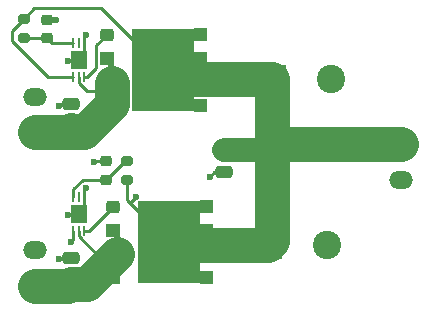
<source format=gbr>
%TF.GenerationSoftware,KiCad,Pcbnew,9.0.1*%
%TF.CreationDate,2025-07-01T13:45:27+02:00*%
%TF.ProjectId,BatteryBackup,42617474-6572-4794-9261-636b75702e6b,rev?*%
%TF.SameCoordinates,Original*%
%TF.FileFunction,Copper,L1,Top*%
%TF.FilePolarity,Positive*%
%FSLAX46Y46*%
G04 Gerber Fmt 4.6, Leading zero omitted, Abs format (unit mm)*
G04 Created by KiCad (PCBNEW 9.0.1) date 2025-07-01 13:45:27*
%MOMM*%
%LPD*%
G01*
G04 APERTURE LIST*
G04 Aperture macros list*
%AMRoundRect*
0 Rectangle with rounded corners*
0 $1 Rounding radius*
0 $2 $3 $4 $5 $6 $7 $8 $9 X,Y pos of 4 corners*
0 Add a 4 corners polygon primitive as box body*
4,1,4,$2,$3,$4,$5,$6,$7,$8,$9,$2,$3,0*
0 Add four circle primitives for the rounded corners*
1,1,$1+$1,$2,$3*
1,1,$1+$1,$4,$5*
1,1,$1+$1,$6,$7*
1,1,$1+$1,$8,$9*
0 Add four rect primitives between the rounded corners*
20,1,$1+$1,$2,$3,$4,$5,0*
20,1,$1+$1,$4,$5,$6,$7,0*
20,1,$1+$1,$6,$7,$8,$9,0*
20,1,$1+$1,$8,$9,$2,$3,0*%
%AMFreePoly0*
4,1,14,0.240000,-2.550000,-0.240000,-2.550000,-0.890000,-2.550000,-0.890000,-1.450000,-0.240000,-1.450000,-0.240000,-0.550000,-0.890000,-0.550000,-0.890000,0.550000,-0.240000,0.550000,-0.240000,1.450000,-0.890000,1.450000,-0.890000,2.550000,0.240000,2.550000,0.240000,-2.550000,0.240000,-2.550000,$1*%
%AMFreePoly1*
4,1,21,3.715000,2.450000,2.615000,2.450000,2.615000,1.550000,3.715000,1.550000,3.715000,0.450000,2.615000,0.450000,2.615000,-0.450000,3.715000,-0.450000,3.715000,-1.550000,2.615000,-1.550000,2.615000,-2.450000,3.715000,-2.450000,3.715000,-3.550000,2.615000,-3.550000,2.615000,-3.450000,-2.615000,-3.450000,-2.615000,3.450000,2.615000,3.450000,2.615000,3.550000,3.715000,3.550000,
3.715000,2.450000,3.715000,2.450000,$1*%
G04 Aperture macros list end*
%TA.AperFunction,ComponentPad*%
%ADD10RoundRect,0.250001X0.759999X-0.499999X0.759999X0.499999X-0.759999X0.499999X-0.759999X-0.499999X0*%
%TD*%
%TA.AperFunction,ComponentPad*%
%ADD11O,2.020000X1.500000*%
%TD*%
%TA.AperFunction,SMDPad,CuDef*%
%ADD12RoundRect,0.275000X-0.290000X-0.275000X0.290000X-0.275000X0.290000X0.275000X-0.290000X0.275000X0*%
%TD*%
%TA.AperFunction,SMDPad,CuDef*%
%ADD13FreePoly0,0.000000*%
%TD*%
%TA.AperFunction,SMDPad,CuDef*%
%ADD14FreePoly1,0.000000*%
%TD*%
%TA.AperFunction,SMDPad,CuDef*%
%ADD15RoundRect,0.200000X-0.275000X0.200000X-0.275000X-0.200000X0.275000X-0.200000X0.275000X0.200000X0*%
%TD*%
%TA.AperFunction,SMDPad,CuDef*%
%ADD16RoundRect,0.250000X0.475000X-0.250000X0.475000X0.250000X-0.475000X0.250000X-0.475000X-0.250000X0*%
%TD*%
%TA.AperFunction,ComponentPad*%
%ADD17RoundRect,0.250001X-0.759999X0.499999X-0.759999X-0.499999X0.759999X-0.499999X0.759999X0.499999X0*%
%TD*%
%TA.AperFunction,SMDPad,CuDef*%
%ADD18RoundRect,0.225000X0.250000X-0.225000X0.250000X0.225000X-0.250000X0.225000X-0.250000X-0.225000X0*%
%TD*%
%TA.AperFunction,ComponentPad*%
%ADD19R,2.400000X2.400000*%
%TD*%
%TA.AperFunction,ComponentPad*%
%ADD20C,2.400000*%
%TD*%
%TA.AperFunction,SMDPad,CuDef*%
%ADD21RoundRect,0.200000X0.275000X-0.200000X0.275000X0.200000X-0.275000X0.200000X-0.275000X-0.200000X0*%
%TD*%
%TA.AperFunction,SMDPad,CuDef*%
%ADD22RoundRect,0.062500X0.062500X-0.350000X0.062500X0.350000X-0.062500X0.350000X-0.062500X-0.350000X0*%
%TD*%
%TA.AperFunction,HeatsinkPad*%
%ADD23R,1.350000X1.650000*%
%TD*%
%TA.AperFunction,SMDPad,CuDef*%
%ADD24RoundRect,0.250000X-0.475000X0.250000X-0.475000X-0.250000X0.475000X-0.250000X0.475000X0.250000X0*%
%TD*%
%TA.AperFunction,ViaPad*%
%ADD25C,0.600000*%
%TD*%
%TA.AperFunction,Conductor*%
%ADD26C,0.254000*%
%TD*%
%TA.AperFunction,Conductor*%
%ADD27C,3.000000*%
%TD*%
%TA.AperFunction,Conductor*%
%ADD28C,2.000000*%
%TD*%
G04 APERTURE END LIST*
D10*
%TO.P,J1,1,Pin_1*%
%TO.N,/IdealDiode/Vin*%
X137965000Y-92500000D03*
D11*
%TO.P,J1,2,Pin_2*%
%TO.N,GND*%
X137965000Y-89500000D03*
%TD*%
D12*
%TO.P,Q1,1,G*%
%TO.N,Net-(Q1-G)*%
X144565000Y-85785000D03*
D13*
%TO.P,Q1,2,S*%
%TO.N,/IdealDiode/Vin*%
X144890000Y-89785000D03*
D14*
%TO.P,Q1,3,D*%
%TO.N,/IdealDiode/Vout*%
X149285000Y-88785000D03*
%TD*%
D15*
%TO.P,R2,1*%
%TO.N,/IdealDiode/Vout*%
X137000000Y-69900000D03*
%TO.P,R2,2*%
%TO.N,Net-(U2-Vdd)*%
X137000000Y-71550000D03*
%TD*%
D16*
%TO.P,C6,1*%
%TO.N,/IdealDiode1/Vin*%
X141000000Y-79000000D03*
%TO.P,C6,2*%
%TO.N,GND*%
X141000000Y-77100000D03*
%TD*%
D12*
%TO.P,Q2,1,G*%
%TO.N,Net-(Q2-G)*%
X144065000Y-71250000D03*
D13*
%TO.P,Q2,2,S*%
%TO.N,/IdealDiode1/Vin*%
X144390000Y-75250000D03*
D14*
%TO.P,Q2,3,D*%
%TO.N,/IdealDiode/Vout*%
X148785000Y-74250000D03*
%TD*%
D10*
%TO.P,J2,1,Pin_1*%
%TO.N,/IdealDiode1/Vin*%
X137965000Y-79500000D03*
D11*
%TO.P,J2,2,Pin_2*%
%TO.N,GND*%
X137965000Y-76500000D03*
%TD*%
D16*
%TO.P,C5,1*%
%TO.N,/IdealDiode/Vin*%
X141000000Y-92000000D03*
%TO.P,C5,2*%
%TO.N,GND*%
X141000000Y-90100000D03*
%TD*%
D17*
%TO.P,J3,1,Pin_1*%
%TO.N,/IdealDiode/Vout*%
X169000000Y-80500000D03*
D11*
%TO.P,J3,2,Pin_2*%
%TO.N,GND*%
X169000000Y-83500000D03*
%TD*%
D18*
%TO.P,C3,1*%
%TO.N,Net-(U1-Vdd)*%
X144000000Y-83500000D03*
%TO.P,C3,2*%
%TO.N,GND*%
X144000000Y-81950000D03*
%TD*%
%TO.P,C4,1*%
%TO.N,Net-(U2-Vdd)*%
X139000000Y-71550000D03*
%TO.P,C4,2*%
%TO.N,GND*%
X139000000Y-70000000D03*
%TD*%
D19*
%TO.P,C2,1*%
%TO.N,/IdealDiode/Vout*%
X157676041Y-89000000D03*
D20*
%TO.P,C2,2*%
%TO.N,GND*%
X162676041Y-89000000D03*
%TD*%
D21*
%TO.P,R1,1*%
%TO.N,/IdealDiode/Vout*%
X145725000Y-83550000D03*
%TO.P,R1,2*%
%TO.N,Net-(U1-Vdd)*%
X145725000Y-81900000D03*
%TD*%
D22*
%TO.P,U1,1,OUT*%
%TO.N,/IdealDiode/Vout*%
X141160000Y-87847500D03*
%TO.P,U1,2,IN*%
%TO.N,/IdealDiode/Vin*%
X141660000Y-87847500D03*
%TO.P,U1,3,GATE*%
%TO.N,Net-(Q1-G)*%
X142160000Y-87847500D03*
%TO.P,U1,4,GND*%
%TO.N,GND*%
X142160000Y-84972500D03*
%TO.P,U1,5,NC*%
%TO.N,unconnected-(U1-NC-Pad5)*%
X141660000Y-84972500D03*
%TO.P,U1,6,Vdd*%
%TO.N,Net-(U1-Vdd)*%
X141160000Y-84972500D03*
D23*
%TO.P,U1,7,PAD*%
%TO.N,GND*%
X141660000Y-86410000D03*
%TD*%
D22*
%TO.P,U2,1,OUT*%
%TO.N,/IdealDiode/Vout*%
X141160000Y-74847500D03*
%TO.P,U2,2,IN*%
%TO.N,/IdealDiode1/Vin*%
X141660000Y-74847500D03*
%TO.P,U2,3,GATE*%
%TO.N,Net-(Q2-G)*%
X142160000Y-74847500D03*
%TO.P,U2,4,GND*%
%TO.N,GND*%
X142160000Y-71972500D03*
%TO.P,U2,5,NC*%
%TO.N,unconnected-(U2-NC-Pad5)*%
X141660000Y-71972500D03*
%TO.P,U2,6,Vdd*%
%TO.N,Net-(U2-Vdd)*%
X141160000Y-71972500D03*
D23*
%TO.P,U2,7,PAD*%
%TO.N,GND*%
X141660000Y-73410000D03*
%TD*%
D19*
%TO.P,C7,1*%
%TO.N,/IdealDiode/Vout*%
X158000000Y-75000000D03*
D20*
%TO.P,C7,2*%
%TO.N,GND*%
X163000000Y-75000000D03*
%TD*%
D24*
%TO.P,C1,1*%
%TO.N,/IdealDiode/Vout*%
X154000000Y-81000000D03*
%TO.P,C1,2*%
%TO.N,GND*%
X154000000Y-82900000D03*
%TD*%
D25*
%TO.N,GND*%
X142250000Y-84250000D03*
X140750000Y-73500000D03*
X140750000Y-86500000D03*
X152750000Y-83250000D03*
X140000000Y-90250000D03*
X143000000Y-82000000D03*
X139750000Y-70000000D03*
X142250000Y-71250000D03*
X140000000Y-77250000D03*
%TO.N,/IdealDiode/Vout*%
X146500000Y-85000000D03*
X141000000Y-88750000D03*
%TD*%
D26*
%TO.N,/IdealDiode1/Vin*%
X141660000Y-74847500D02*
X141660000Y-75313984D01*
X141660000Y-75313984D02*
X142346016Y-76000000D01*
D27*
X144464000Y-76000000D02*
X144464000Y-75347182D01*
D26*
X142346016Y-76000000D02*
X144464000Y-76000000D01*
%TO.N,GND*%
X142160000Y-84340000D02*
X142250000Y-84250000D01*
X142160000Y-84972500D02*
X142160000Y-84340000D01*
X142160000Y-85910000D02*
X141660000Y-86410000D01*
X142160000Y-84972500D02*
X142160000Y-85910000D01*
X142160000Y-72910000D02*
X141660000Y-73410000D01*
X142160000Y-71972500D02*
X142160000Y-72910000D01*
X140840000Y-73410000D02*
X140750000Y-73500000D01*
X141660000Y-73410000D02*
X140840000Y-73410000D01*
X140840000Y-86410000D02*
X140750000Y-86500000D01*
X141660000Y-86410000D02*
X140840000Y-86410000D01*
X153100000Y-82900000D02*
X152750000Y-83250000D01*
X154000000Y-82900000D02*
X153100000Y-82900000D01*
X140150000Y-90100000D02*
X140000000Y-90250000D01*
X141000000Y-90100000D02*
X140150000Y-90100000D01*
X143050000Y-81950000D02*
X143000000Y-82000000D01*
X144000000Y-81950000D02*
X143050000Y-81950000D01*
X139000000Y-70000000D02*
X139750000Y-70000000D01*
X142160000Y-71340000D02*
X142250000Y-71250000D01*
X142160000Y-71972500D02*
X142160000Y-71340000D01*
X140150000Y-77100000D02*
X140000000Y-77250000D01*
X141000000Y-77100000D02*
X140150000Y-77100000D01*
%TO.N,/IdealDiode/Vout*%
X136000000Y-70900000D02*
X137000000Y-69900000D01*
X136000000Y-71777246D02*
X136000000Y-70900000D01*
X139070254Y-74847500D02*
X136000000Y-71777246D01*
X141160000Y-74847500D02*
X139070254Y-74847500D01*
X143535000Y-69000000D02*
X148785000Y-74250000D01*
X137900000Y-69000000D02*
X143535000Y-69000000D01*
X137000000Y-69900000D02*
X137900000Y-69000000D01*
%TO.N,Net-(U2-Vdd)*%
X139422500Y-71972500D02*
X139000000Y-71550000D01*
X141160000Y-71972500D02*
X139422500Y-71972500D01*
X137000000Y-71550000D02*
X139000000Y-71550000D01*
D27*
%TO.N,/IdealDiode1/Vin*%
X142091058Y-79500000D02*
X144464000Y-77127058D01*
X144464000Y-77127058D02*
X144464000Y-76000000D01*
X140801000Y-79500000D02*
X142091058Y-79500000D01*
D26*
%TO.N,Net-(Q2-G)*%
X143167000Y-72148000D02*
X144065000Y-71250000D01*
X143167000Y-74059000D02*
X143167000Y-72148000D01*
X142160000Y-74847500D02*
X142378500Y-74847500D01*
X142378500Y-74847500D02*
X143167000Y-74059000D01*
%TO.N,/IdealDiode/Vout*%
X146500000Y-85000000D02*
X146000000Y-85500000D01*
X146000000Y-85500000D02*
X149285000Y-88785000D01*
X141160000Y-88590000D02*
X141000000Y-88750000D01*
X141160000Y-87847500D02*
X141160000Y-88590000D01*
X145725000Y-85225000D02*
X146000000Y-85500000D01*
X145725000Y-83550000D02*
X145725000Y-85225000D01*
%TO.N,Net-(U1-Vdd)*%
X145600000Y-81900000D02*
X144000000Y-83500000D01*
X145725000Y-81900000D02*
X145600000Y-81900000D01*
X142000000Y-83500000D02*
X144000000Y-83500000D01*
X141160000Y-84340000D02*
X142000000Y-83500000D01*
X141160000Y-84972500D02*
X141160000Y-84340000D01*
%TO.N,/IdealDiode/Vin*%
X143558516Y-90212500D02*
X144462500Y-90212500D01*
X141660000Y-88313984D02*
X143558516Y-90212500D01*
X141660000Y-87847500D02*
X141660000Y-88313984D01*
D27*
X144462500Y-90212500D02*
X142374000Y-92301000D01*
D26*
%TO.N,Net-(Q1-G)*%
X142502500Y-87847500D02*
X144565000Y-85785000D01*
X142160000Y-87847500D02*
X142502500Y-87847500D01*
D27*
%TO.N,/IdealDiode/Vout*%
X149535000Y-75000000D02*
X148785000Y-74250000D01*
X158000000Y-75000000D02*
X149535000Y-75000000D01*
X149500000Y-89000000D02*
X149285000Y-88785000D01*
X157676041Y-89000000D02*
X149500000Y-89000000D01*
%TO.N,/IdealDiode/Vin*%
X142374000Y-92301000D02*
X141000000Y-92301000D01*
X144890000Y-89785000D02*
X144462500Y-90212500D01*
X137965000Y-92500000D02*
X140801000Y-92500000D01*
X140801000Y-92500000D02*
X141000000Y-92301000D01*
D28*
%TO.N,/IdealDiode/Vout*%
X154000000Y-81000000D02*
X158000000Y-81000000D01*
D27*
X158500000Y-80500000D02*
X158000000Y-81000000D01*
X158000000Y-81000000D02*
X158000000Y-88676041D01*
X169000000Y-80500000D02*
X158500000Y-80500000D01*
X158000000Y-88676041D02*
X157676041Y-89000000D01*
X158000000Y-75000000D02*
X158000000Y-81000000D01*
%TO.N,/IdealDiode1/Vin*%
X140801000Y-79500000D02*
X141000000Y-79301000D01*
X137965000Y-79500000D02*
X140801000Y-79500000D01*
%TD*%
M02*

</source>
